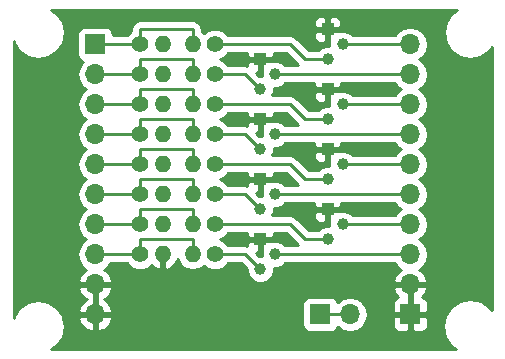
<source format=gbl>
G04 #@! TF.FileFunction,Copper,L2,Bot,Signal*
%FSLAX46Y46*%
G04 Gerber Fmt 4.6, Leading zero omitted, Abs format (unit mm)*
G04 Created by KiCad (PCBNEW 4.0.7) date 07/06/18 16:03:28*
%MOMM*%
%LPD*%
G01*
G04 APERTURE LIST*
%ADD10C,0.100000*%
%ADD11R,1.700000X1.700000*%
%ADD12O,1.700000X1.700000*%
%ADD13C,1.000000*%
%ADD14R,1.000000X1.000000*%
%ADD15C,1.400000*%
%ADD16O,1.400000X1.400000*%
%ADD17C,0.250000*%
%ADD18C,0.254000*%
G04 APERTURE END LIST*
D10*
D11*
X77470000Y-78740000D03*
D12*
X77470000Y-81280000D03*
X77470000Y-83820000D03*
X77470000Y-86360000D03*
X77470000Y-88900000D03*
X77470000Y-91440000D03*
X77470000Y-93980000D03*
X77470000Y-96520000D03*
X77470000Y-99060000D03*
X77470000Y-101600000D03*
D11*
X104140000Y-101600000D03*
D12*
X104140000Y-99060000D03*
X104140000Y-96520000D03*
X104140000Y-93980000D03*
X104140000Y-91440000D03*
X104140000Y-88900000D03*
X104140000Y-86360000D03*
X104140000Y-83820000D03*
X104140000Y-81280000D03*
X104140000Y-78740000D03*
D11*
X96520000Y-101600000D03*
D12*
X99060000Y-101600000D03*
D13*
X98425000Y-78740000D03*
X97155000Y-80010000D03*
D14*
X97155000Y-77470000D03*
D13*
X92710000Y-81280000D03*
X91440000Y-82550000D03*
D14*
X91440000Y-80010000D03*
D13*
X98425000Y-83820000D03*
X97155000Y-85090000D03*
D14*
X97155000Y-82550000D03*
D13*
X92710000Y-86360000D03*
X91440000Y-87630000D03*
D14*
X91440000Y-85090000D03*
D13*
X98425000Y-88900000D03*
X97155000Y-90170000D03*
D14*
X97155000Y-87630000D03*
D13*
X92710000Y-91440000D03*
X91440000Y-92710000D03*
D14*
X91440000Y-90170000D03*
D13*
X98425000Y-93980000D03*
X97155000Y-95250000D03*
D14*
X97155000Y-92710000D03*
D13*
X92710000Y-96520000D03*
X91440000Y-97790000D03*
D14*
X91440000Y-95250000D03*
D15*
X87630000Y-78740000D03*
D16*
X85730000Y-78740000D03*
D15*
X87630000Y-81280000D03*
D16*
X85730000Y-81280000D03*
D15*
X87630000Y-83820000D03*
D16*
X85730000Y-83820000D03*
D15*
X87630000Y-86360000D03*
D16*
X85730000Y-86360000D03*
D15*
X87630000Y-88900000D03*
D16*
X85730000Y-88900000D03*
D15*
X87630000Y-91440000D03*
D16*
X85730000Y-91440000D03*
D15*
X87630000Y-93980000D03*
D16*
X85730000Y-93980000D03*
D15*
X87630000Y-96520000D03*
D16*
X85730000Y-96520000D03*
D15*
X81280000Y-78740000D03*
D16*
X83180000Y-78740000D03*
D15*
X81280000Y-81280000D03*
D16*
X83180000Y-81280000D03*
D15*
X81280000Y-83820000D03*
D16*
X83180000Y-83820000D03*
D15*
X81280000Y-86360000D03*
D16*
X83180000Y-86360000D03*
D15*
X81280000Y-88900000D03*
D16*
X83180000Y-88900000D03*
D15*
X81280000Y-91440000D03*
D16*
X83180000Y-91440000D03*
D15*
X81280000Y-93980000D03*
D16*
X83180000Y-93980000D03*
D15*
X81280000Y-96520000D03*
D16*
X83180000Y-96520000D03*
D17*
X77470000Y-78740000D02*
X81280000Y-78740000D01*
X81280000Y-78740000D02*
X81280000Y-77470000D01*
X81280000Y-77470000D02*
X85725000Y-77470000D01*
X85725000Y-77470000D02*
X85730000Y-77475000D01*
X85730000Y-77475000D02*
X85730000Y-78740000D01*
X77470000Y-81280000D02*
X81280000Y-81280000D01*
X81280000Y-81280000D02*
X81280000Y-80010000D01*
X81280000Y-80010000D02*
X85725000Y-80010000D01*
X85725000Y-80010000D02*
X85730000Y-80015000D01*
X85730000Y-80015000D02*
X85730000Y-81280000D01*
X77470000Y-83820000D02*
X81280000Y-83820000D01*
X81280000Y-83820000D02*
X81280000Y-82550000D01*
X81280000Y-82550000D02*
X85725000Y-82550000D01*
X85725000Y-82550000D02*
X85730000Y-82555000D01*
X85730000Y-82555000D02*
X85730000Y-83820000D01*
X77470000Y-86360000D02*
X81280000Y-86360000D01*
X81280000Y-86360000D02*
X81280000Y-85090000D01*
X81280000Y-85090000D02*
X85725000Y-85090000D01*
X85725000Y-85090000D02*
X85730000Y-85095000D01*
X85730000Y-85095000D02*
X85730000Y-86360000D01*
X77470000Y-88900000D02*
X81280000Y-88900000D01*
X81280000Y-88900000D02*
X81280000Y-87630000D01*
X81280000Y-87630000D02*
X85725000Y-87630000D01*
X85725000Y-87630000D02*
X85730000Y-87635000D01*
X85730000Y-87635000D02*
X85730000Y-88900000D01*
X77470000Y-91440000D02*
X81280000Y-91440000D01*
X81280000Y-91440000D02*
X81280000Y-90170000D01*
X81280000Y-90170000D02*
X85725000Y-90170000D01*
X85725000Y-90170000D02*
X85730000Y-90175000D01*
X85730000Y-90175000D02*
X85730000Y-91440000D01*
X77470000Y-93980000D02*
X81280000Y-93980000D01*
X81280000Y-93980000D02*
X81280000Y-92710000D01*
X81280000Y-92710000D02*
X85725000Y-92710000D01*
X85725000Y-92710000D02*
X85730000Y-92715000D01*
X85730000Y-92715000D02*
X85730000Y-93980000D01*
X77470000Y-96520000D02*
X81280000Y-96520000D01*
X81280000Y-96520000D02*
X81280000Y-95250000D01*
X81280000Y-95250000D02*
X85725000Y-95250000D01*
X85725000Y-95250000D02*
X85730000Y-95255000D01*
X85730000Y-95255000D02*
X85730000Y-96520000D01*
X92710000Y-96520000D02*
X104140000Y-96520000D01*
X98425000Y-93980000D02*
X104140000Y-93980000D01*
X92710000Y-91440000D02*
X104140000Y-91440000D01*
X98425000Y-88900000D02*
X104140000Y-88900000D01*
X92710000Y-86360000D02*
X104140000Y-86360000D01*
X98425000Y-83820000D02*
X104140000Y-83820000D01*
X92710000Y-81280000D02*
X104140000Y-81280000D01*
X98425000Y-78740000D02*
X104140000Y-78740000D01*
X96520000Y-101600000D02*
X99060000Y-101600000D01*
X87630000Y-78740000D02*
X93980000Y-78740000D01*
X95250000Y-80010000D02*
X97155000Y-80010000D01*
X93980000Y-78740000D02*
X95250000Y-80010000D01*
X87630000Y-81280000D02*
X90170000Y-81280000D01*
X90170000Y-81280000D02*
X91440000Y-82550000D01*
X87630000Y-83820000D02*
X93980000Y-83820000D01*
X95250000Y-85090000D02*
X97155000Y-85090000D01*
X93980000Y-83820000D02*
X95250000Y-85090000D01*
X87630000Y-86360000D02*
X90170000Y-86360000D01*
X90170000Y-86360000D02*
X91440000Y-87630000D01*
X87630000Y-88900000D02*
X93980000Y-88900000D01*
X95250000Y-90170000D02*
X97155000Y-90170000D01*
X93980000Y-88900000D02*
X95250000Y-90170000D01*
X87630000Y-91440000D02*
X90170000Y-91440000D01*
X90170000Y-91440000D02*
X91440000Y-92710000D01*
X87630000Y-93980000D02*
X93980000Y-93980000D01*
X95250000Y-95250000D02*
X97155000Y-95250000D01*
X93980000Y-93980000D02*
X95250000Y-95250000D01*
X87630000Y-96520000D02*
X90170000Y-96520000D01*
X90170000Y-96520000D02*
X91440000Y-97790000D01*
D18*
G36*
X107640323Y-76144323D02*
X107156053Y-76869085D01*
X106986000Y-77724000D01*
X107156053Y-78578915D01*
X107640323Y-79303677D01*
X108365085Y-79787947D01*
X109220000Y-79958000D01*
X110074915Y-79787947D01*
X110799677Y-79303677D01*
X111050000Y-78929042D01*
X111050000Y-101265428D01*
X110857968Y-100978032D01*
X110106462Y-100475891D01*
X109220000Y-100299563D01*
X108333538Y-100475891D01*
X107582032Y-100978032D01*
X107079891Y-101729538D01*
X106903563Y-102616000D01*
X107079891Y-103502462D01*
X107582032Y-104253968D01*
X107981673Y-104521000D01*
X73736796Y-104521000D01*
X74223677Y-104195677D01*
X74707947Y-103470915D01*
X74878000Y-102616000D01*
X74746895Y-101956890D01*
X76028524Y-101956890D01*
X76198355Y-102366924D01*
X76588642Y-102795183D01*
X77113108Y-103041486D01*
X77343000Y-102920819D01*
X77343000Y-101727000D01*
X77597000Y-101727000D01*
X77597000Y-102920819D01*
X77826892Y-103041486D01*
X78351358Y-102795183D01*
X78741645Y-102366924D01*
X78911476Y-101956890D01*
X78790155Y-101727000D01*
X77597000Y-101727000D01*
X77343000Y-101727000D01*
X76149845Y-101727000D01*
X76028524Y-101956890D01*
X74746895Y-101956890D01*
X74707947Y-101761085D01*
X74223677Y-101036323D01*
X73498915Y-100552053D01*
X72644000Y-100382000D01*
X71789085Y-100552053D01*
X71064323Y-101036323D01*
X70580053Y-101761085D01*
X70560000Y-101861898D01*
X70560000Y-99416890D01*
X76028524Y-99416890D01*
X76198355Y-99826924D01*
X76588642Y-100255183D01*
X76747954Y-100330000D01*
X76588642Y-100404817D01*
X76198355Y-100833076D01*
X76028524Y-101243110D01*
X76149845Y-101473000D01*
X77343000Y-101473000D01*
X77343000Y-99187000D01*
X77597000Y-99187000D01*
X77597000Y-101473000D01*
X78790155Y-101473000D01*
X78911476Y-101243110D01*
X78741645Y-100833076D01*
X78665936Y-100750000D01*
X95022560Y-100750000D01*
X95022560Y-102450000D01*
X95066838Y-102685317D01*
X95205910Y-102901441D01*
X95418110Y-103046431D01*
X95670000Y-103097440D01*
X97370000Y-103097440D01*
X97605317Y-103053162D01*
X97821441Y-102914090D01*
X97966431Y-102701890D01*
X97980086Y-102634459D01*
X98009946Y-102679147D01*
X98491715Y-103001054D01*
X99060000Y-103114093D01*
X99628285Y-103001054D01*
X100110054Y-102679147D01*
X100431961Y-102197378D01*
X100493947Y-101885750D01*
X102655000Y-101885750D01*
X102655000Y-102576310D01*
X102751673Y-102809699D01*
X102930302Y-102988327D01*
X103163691Y-103085000D01*
X103854250Y-103085000D01*
X104013000Y-102926250D01*
X104013000Y-101727000D01*
X104267000Y-101727000D01*
X104267000Y-102926250D01*
X104425750Y-103085000D01*
X105116309Y-103085000D01*
X105349698Y-102988327D01*
X105528327Y-102809699D01*
X105625000Y-102576310D01*
X105625000Y-101885750D01*
X105466250Y-101727000D01*
X104267000Y-101727000D01*
X104013000Y-101727000D01*
X102813750Y-101727000D01*
X102655000Y-101885750D01*
X100493947Y-101885750D01*
X100545000Y-101629093D01*
X100545000Y-101570907D01*
X100431961Y-101002622D01*
X100178768Y-100623690D01*
X102655000Y-100623690D01*
X102655000Y-101314250D01*
X102813750Y-101473000D01*
X104013000Y-101473000D01*
X104013000Y-99187000D01*
X104267000Y-99187000D01*
X104267000Y-101473000D01*
X105466250Y-101473000D01*
X105625000Y-101314250D01*
X105625000Y-100623690D01*
X105528327Y-100390301D01*
X105349698Y-100211673D01*
X105140122Y-100124864D01*
X105411645Y-99826924D01*
X105581476Y-99416890D01*
X105460155Y-99187000D01*
X104267000Y-99187000D01*
X104013000Y-99187000D01*
X102819845Y-99187000D01*
X102698524Y-99416890D01*
X102868355Y-99826924D01*
X103139878Y-100124864D01*
X102930302Y-100211673D01*
X102751673Y-100390301D01*
X102655000Y-100623690D01*
X100178768Y-100623690D01*
X100110054Y-100520853D01*
X99628285Y-100198946D01*
X99060000Y-100085907D01*
X98491715Y-100198946D01*
X98009946Y-100520853D01*
X97982150Y-100562452D01*
X97973162Y-100514683D01*
X97834090Y-100298559D01*
X97621890Y-100153569D01*
X97370000Y-100102560D01*
X95670000Y-100102560D01*
X95434683Y-100146838D01*
X95218559Y-100285910D01*
X95073569Y-100498110D01*
X95022560Y-100750000D01*
X78665936Y-100750000D01*
X78351358Y-100404817D01*
X78192046Y-100330000D01*
X78351358Y-100255183D01*
X78741645Y-99826924D01*
X78911476Y-99416890D01*
X78790155Y-99187000D01*
X77597000Y-99187000D01*
X77343000Y-99187000D01*
X76149845Y-99187000D01*
X76028524Y-99416890D01*
X70560000Y-99416890D01*
X70560000Y-81280000D01*
X75955907Y-81280000D01*
X76068946Y-81848285D01*
X76390853Y-82330054D01*
X76720026Y-82550000D01*
X76390853Y-82769946D01*
X76068946Y-83251715D01*
X75955907Y-83820000D01*
X76068946Y-84388285D01*
X76390853Y-84870054D01*
X76720026Y-85090000D01*
X76390853Y-85309946D01*
X76068946Y-85791715D01*
X75955907Y-86360000D01*
X76068946Y-86928285D01*
X76390853Y-87410054D01*
X76720026Y-87630000D01*
X76390853Y-87849946D01*
X76068946Y-88331715D01*
X75955907Y-88900000D01*
X76068946Y-89468285D01*
X76390853Y-89950054D01*
X76720026Y-90170000D01*
X76390853Y-90389946D01*
X76068946Y-90871715D01*
X75955907Y-91440000D01*
X76068946Y-92008285D01*
X76390853Y-92490054D01*
X76720026Y-92710000D01*
X76390853Y-92929946D01*
X76068946Y-93411715D01*
X75955907Y-93980000D01*
X76068946Y-94548285D01*
X76390853Y-95030054D01*
X76720026Y-95250000D01*
X76390853Y-95469946D01*
X76068946Y-95951715D01*
X75955907Y-96520000D01*
X76068946Y-97088285D01*
X76390853Y-97570054D01*
X76731553Y-97797702D01*
X76588642Y-97864817D01*
X76198355Y-98293076D01*
X76028524Y-98703110D01*
X76149845Y-98933000D01*
X77343000Y-98933000D01*
X77343000Y-98913000D01*
X77597000Y-98913000D01*
X77597000Y-98933000D01*
X78790155Y-98933000D01*
X78911476Y-98703110D01*
X78741645Y-98293076D01*
X78351358Y-97864817D01*
X78208447Y-97797702D01*
X78549147Y-97570054D01*
X78742954Y-97280000D01*
X80152345Y-97280000D01*
X80522796Y-97651098D01*
X81013287Y-97854768D01*
X81544383Y-97855231D01*
X82035229Y-97652418D01*
X82247034Y-97440983D01*
X82377337Y-97586764D01*
X82846669Y-97812727D01*
X83053000Y-97690206D01*
X83053000Y-96647000D01*
X83033000Y-96647000D01*
X83033000Y-96393000D01*
X83053000Y-96393000D01*
X83053000Y-96373000D01*
X83307000Y-96373000D01*
X83307000Y-96393000D01*
X83327000Y-96393000D01*
X83327000Y-96647000D01*
X83307000Y-96647000D01*
X83307000Y-97690206D01*
X83513331Y-97812727D01*
X83982663Y-97586764D01*
X84329797Y-97198396D01*
X84447338Y-96914603D01*
X84470467Y-97030882D01*
X84759858Y-97463988D01*
X85192964Y-97753379D01*
X85703846Y-97855000D01*
X85756154Y-97855000D01*
X86267036Y-97753379D01*
X86691666Y-97469652D01*
X86872796Y-97651098D01*
X87363287Y-97854768D01*
X87894383Y-97855231D01*
X88385229Y-97652418D01*
X88758297Y-97280000D01*
X89855198Y-97280000D01*
X90305052Y-97729854D01*
X90304803Y-98014775D01*
X90477233Y-98432086D01*
X90796235Y-98751645D01*
X91213244Y-98924803D01*
X91664775Y-98925197D01*
X92082086Y-98752767D01*
X92401645Y-98433765D01*
X92574803Y-98016756D01*
X92575119Y-97654883D01*
X92934775Y-97655197D01*
X93352086Y-97482767D01*
X93555207Y-97280000D01*
X102867046Y-97280000D01*
X103060853Y-97570054D01*
X103401553Y-97797702D01*
X103258642Y-97864817D01*
X102868355Y-98293076D01*
X102698524Y-98703110D01*
X102819845Y-98933000D01*
X104013000Y-98933000D01*
X104013000Y-98913000D01*
X104267000Y-98913000D01*
X104267000Y-98933000D01*
X105460155Y-98933000D01*
X105581476Y-98703110D01*
X105411645Y-98293076D01*
X105021358Y-97864817D01*
X104878447Y-97797702D01*
X105219147Y-97570054D01*
X105541054Y-97088285D01*
X105654093Y-96520000D01*
X105541054Y-95951715D01*
X105219147Y-95469946D01*
X104889974Y-95250000D01*
X105219147Y-95030054D01*
X105541054Y-94548285D01*
X105654093Y-93980000D01*
X105541054Y-93411715D01*
X105219147Y-92929946D01*
X104889974Y-92710000D01*
X105219147Y-92490054D01*
X105541054Y-92008285D01*
X105654093Y-91440000D01*
X105541054Y-90871715D01*
X105219147Y-90389946D01*
X104889974Y-90170000D01*
X105219147Y-89950054D01*
X105541054Y-89468285D01*
X105654093Y-88900000D01*
X105541054Y-88331715D01*
X105219147Y-87849946D01*
X104889974Y-87630000D01*
X105219147Y-87410054D01*
X105541054Y-86928285D01*
X105654093Y-86360000D01*
X105541054Y-85791715D01*
X105219147Y-85309946D01*
X104889974Y-85090000D01*
X105219147Y-84870054D01*
X105541054Y-84388285D01*
X105654093Y-83820000D01*
X105541054Y-83251715D01*
X105219147Y-82769946D01*
X104889974Y-82550000D01*
X105219147Y-82330054D01*
X105541054Y-81848285D01*
X105654093Y-81280000D01*
X105541054Y-80711715D01*
X105219147Y-80229946D01*
X104889974Y-80010000D01*
X105219147Y-79790054D01*
X105541054Y-79308285D01*
X105654093Y-78740000D01*
X105541054Y-78171715D01*
X105219147Y-77689946D01*
X104737378Y-77368039D01*
X104169093Y-77255000D01*
X104110907Y-77255000D01*
X103542622Y-77368039D01*
X103060853Y-77689946D01*
X102867046Y-77980000D01*
X99270059Y-77980000D01*
X99068765Y-77778355D01*
X98651756Y-77605197D01*
X98200225Y-77604803D01*
X98156939Y-77622689D01*
X98131250Y-77597000D01*
X97282000Y-77597000D01*
X97282000Y-78446250D01*
X97307448Y-78471698D01*
X97290197Y-78513244D01*
X97289881Y-78875117D01*
X96930225Y-78874803D01*
X96512914Y-79047233D01*
X96309793Y-79250000D01*
X95564802Y-79250000D01*
X94517401Y-78202599D01*
X94270839Y-78037852D01*
X93980000Y-77980000D01*
X88757655Y-77980000D01*
X88533796Y-77755750D01*
X96020000Y-77755750D01*
X96020000Y-78096310D01*
X96116673Y-78329699D01*
X96295302Y-78508327D01*
X96528691Y-78605000D01*
X96869250Y-78605000D01*
X97028000Y-78446250D01*
X97028000Y-77597000D01*
X96178750Y-77597000D01*
X96020000Y-77755750D01*
X88533796Y-77755750D01*
X88387204Y-77608902D01*
X87896713Y-77405232D01*
X87365617Y-77404769D01*
X86874771Y-77607582D01*
X86691678Y-77790356D01*
X86490000Y-77655600D01*
X86490000Y-77475000D01*
X86432148Y-77184161D01*
X86267401Y-76937599D01*
X86262401Y-76932599D01*
X86129339Y-76843690D01*
X96020000Y-76843690D01*
X96020000Y-77184250D01*
X96178750Y-77343000D01*
X97028000Y-77343000D01*
X97028000Y-76493750D01*
X97282000Y-76493750D01*
X97282000Y-77343000D01*
X98131250Y-77343000D01*
X98290000Y-77184250D01*
X98290000Y-76843690D01*
X98193327Y-76610301D01*
X98014698Y-76431673D01*
X97781309Y-76335000D01*
X97440750Y-76335000D01*
X97282000Y-76493750D01*
X97028000Y-76493750D01*
X96869250Y-76335000D01*
X96528691Y-76335000D01*
X96295302Y-76431673D01*
X96116673Y-76610301D01*
X96020000Y-76843690D01*
X86129339Y-76843690D01*
X86015839Y-76767852D01*
X85725000Y-76710000D01*
X81280000Y-76710000D01*
X80989161Y-76767852D01*
X80742599Y-76932599D01*
X80577852Y-77179161D01*
X80520000Y-77470000D01*
X80520000Y-77612345D01*
X80151703Y-77980000D01*
X78967440Y-77980000D01*
X78967440Y-77890000D01*
X78923162Y-77654683D01*
X78784090Y-77438559D01*
X78571890Y-77293569D01*
X78320000Y-77242560D01*
X76620000Y-77242560D01*
X76384683Y-77286838D01*
X76168559Y-77425910D01*
X76023569Y-77638110D01*
X75972560Y-77890000D01*
X75972560Y-79590000D01*
X76016838Y-79825317D01*
X76155910Y-80041441D01*
X76368110Y-80186431D01*
X76435541Y-80200086D01*
X76390853Y-80229946D01*
X76068946Y-80711715D01*
X75955907Y-81280000D01*
X70560000Y-81280000D01*
X70560000Y-78478102D01*
X70580053Y-78578915D01*
X71064323Y-79303677D01*
X71789085Y-79787947D01*
X72644000Y-79958000D01*
X73498915Y-79787947D01*
X74223677Y-79303677D01*
X74707947Y-78578915D01*
X74878000Y-77724000D01*
X74707947Y-76869085D01*
X74223677Y-76144323D01*
X73736796Y-75819000D01*
X108127204Y-75819000D01*
X107640323Y-76144323D01*
X107640323Y-76144323D01*
G37*
X107640323Y-76144323D02*
X107156053Y-76869085D01*
X106986000Y-77724000D01*
X107156053Y-78578915D01*
X107640323Y-79303677D01*
X108365085Y-79787947D01*
X109220000Y-79958000D01*
X110074915Y-79787947D01*
X110799677Y-79303677D01*
X111050000Y-78929042D01*
X111050000Y-101265428D01*
X110857968Y-100978032D01*
X110106462Y-100475891D01*
X109220000Y-100299563D01*
X108333538Y-100475891D01*
X107582032Y-100978032D01*
X107079891Y-101729538D01*
X106903563Y-102616000D01*
X107079891Y-103502462D01*
X107582032Y-104253968D01*
X107981673Y-104521000D01*
X73736796Y-104521000D01*
X74223677Y-104195677D01*
X74707947Y-103470915D01*
X74878000Y-102616000D01*
X74746895Y-101956890D01*
X76028524Y-101956890D01*
X76198355Y-102366924D01*
X76588642Y-102795183D01*
X77113108Y-103041486D01*
X77343000Y-102920819D01*
X77343000Y-101727000D01*
X77597000Y-101727000D01*
X77597000Y-102920819D01*
X77826892Y-103041486D01*
X78351358Y-102795183D01*
X78741645Y-102366924D01*
X78911476Y-101956890D01*
X78790155Y-101727000D01*
X77597000Y-101727000D01*
X77343000Y-101727000D01*
X76149845Y-101727000D01*
X76028524Y-101956890D01*
X74746895Y-101956890D01*
X74707947Y-101761085D01*
X74223677Y-101036323D01*
X73498915Y-100552053D01*
X72644000Y-100382000D01*
X71789085Y-100552053D01*
X71064323Y-101036323D01*
X70580053Y-101761085D01*
X70560000Y-101861898D01*
X70560000Y-99416890D01*
X76028524Y-99416890D01*
X76198355Y-99826924D01*
X76588642Y-100255183D01*
X76747954Y-100330000D01*
X76588642Y-100404817D01*
X76198355Y-100833076D01*
X76028524Y-101243110D01*
X76149845Y-101473000D01*
X77343000Y-101473000D01*
X77343000Y-99187000D01*
X77597000Y-99187000D01*
X77597000Y-101473000D01*
X78790155Y-101473000D01*
X78911476Y-101243110D01*
X78741645Y-100833076D01*
X78665936Y-100750000D01*
X95022560Y-100750000D01*
X95022560Y-102450000D01*
X95066838Y-102685317D01*
X95205910Y-102901441D01*
X95418110Y-103046431D01*
X95670000Y-103097440D01*
X97370000Y-103097440D01*
X97605317Y-103053162D01*
X97821441Y-102914090D01*
X97966431Y-102701890D01*
X97980086Y-102634459D01*
X98009946Y-102679147D01*
X98491715Y-103001054D01*
X99060000Y-103114093D01*
X99628285Y-103001054D01*
X100110054Y-102679147D01*
X100431961Y-102197378D01*
X100493947Y-101885750D01*
X102655000Y-101885750D01*
X102655000Y-102576310D01*
X102751673Y-102809699D01*
X102930302Y-102988327D01*
X103163691Y-103085000D01*
X103854250Y-103085000D01*
X104013000Y-102926250D01*
X104013000Y-101727000D01*
X104267000Y-101727000D01*
X104267000Y-102926250D01*
X104425750Y-103085000D01*
X105116309Y-103085000D01*
X105349698Y-102988327D01*
X105528327Y-102809699D01*
X105625000Y-102576310D01*
X105625000Y-101885750D01*
X105466250Y-101727000D01*
X104267000Y-101727000D01*
X104013000Y-101727000D01*
X102813750Y-101727000D01*
X102655000Y-101885750D01*
X100493947Y-101885750D01*
X100545000Y-101629093D01*
X100545000Y-101570907D01*
X100431961Y-101002622D01*
X100178768Y-100623690D01*
X102655000Y-100623690D01*
X102655000Y-101314250D01*
X102813750Y-101473000D01*
X104013000Y-101473000D01*
X104013000Y-99187000D01*
X104267000Y-99187000D01*
X104267000Y-101473000D01*
X105466250Y-101473000D01*
X105625000Y-101314250D01*
X105625000Y-100623690D01*
X105528327Y-100390301D01*
X105349698Y-100211673D01*
X105140122Y-100124864D01*
X105411645Y-99826924D01*
X105581476Y-99416890D01*
X105460155Y-99187000D01*
X104267000Y-99187000D01*
X104013000Y-99187000D01*
X102819845Y-99187000D01*
X102698524Y-99416890D01*
X102868355Y-99826924D01*
X103139878Y-100124864D01*
X102930302Y-100211673D01*
X102751673Y-100390301D01*
X102655000Y-100623690D01*
X100178768Y-100623690D01*
X100110054Y-100520853D01*
X99628285Y-100198946D01*
X99060000Y-100085907D01*
X98491715Y-100198946D01*
X98009946Y-100520853D01*
X97982150Y-100562452D01*
X97973162Y-100514683D01*
X97834090Y-100298559D01*
X97621890Y-100153569D01*
X97370000Y-100102560D01*
X95670000Y-100102560D01*
X95434683Y-100146838D01*
X95218559Y-100285910D01*
X95073569Y-100498110D01*
X95022560Y-100750000D01*
X78665936Y-100750000D01*
X78351358Y-100404817D01*
X78192046Y-100330000D01*
X78351358Y-100255183D01*
X78741645Y-99826924D01*
X78911476Y-99416890D01*
X78790155Y-99187000D01*
X77597000Y-99187000D01*
X77343000Y-99187000D01*
X76149845Y-99187000D01*
X76028524Y-99416890D01*
X70560000Y-99416890D01*
X70560000Y-81280000D01*
X75955907Y-81280000D01*
X76068946Y-81848285D01*
X76390853Y-82330054D01*
X76720026Y-82550000D01*
X76390853Y-82769946D01*
X76068946Y-83251715D01*
X75955907Y-83820000D01*
X76068946Y-84388285D01*
X76390853Y-84870054D01*
X76720026Y-85090000D01*
X76390853Y-85309946D01*
X76068946Y-85791715D01*
X75955907Y-86360000D01*
X76068946Y-86928285D01*
X76390853Y-87410054D01*
X76720026Y-87630000D01*
X76390853Y-87849946D01*
X76068946Y-88331715D01*
X75955907Y-88900000D01*
X76068946Y-89468285D01*
X76390853Y-89950054D01*
X76720026Y-90170000D01*
X76390853Y-90389946D01*
X76068946Y-90871715D01*
X75955907Y-91440000D01*
X76068946Y-92008285D01*
X76390853Y-92490054D01*
X76720026Y-92710000D01*
X76390853Y-92929946D01*
X76068946Y-93411715D01*
X75955907Y-93980000D01*
X76068946Y-94548285D01*
X76390853Y-95030054D01*
X76720026Y-95250000D01*
X76390853Y-95469946D01*
X76068946Y-95951715D01*
X75955907Y-96520000D01*
X76068946Y-97088285D01*
X76390853Y-97570054D01*
X76731553Y-97797702D01*
X76588642Y-97864817D01*
X76198355Y-98293076D01*
X76028524Y-98703110D01*
X76149845Y-98933000D01*
X77343000Y-98933000D01*
X77343000Y-98913000D01*
X77597000Y-98913000D01*
X77597000Y-98933000D01*
X78790155Y-98933000D01*
X78911476Y-98703110D01*
X78741645Y-98293076D01*
X78351358Y-97864817D01*
X78208447Y-97797702D01*
X78549147Y-97570054D01*
X78742954Y-97280000D01*
X80152345Y-97280000D01*
X80522796Y-97651098D01*
X81013287Y-97854768D01*
X81544383Y-97855231D01*
X82035229Y-97652418D01*
X82247034Y-97440983D01*
X82377337Y-97586764D01*
X82846669Y-97812727D01*
X83053000Y-97690206D01*
X83053000Y-96647000D01*
X83033000Y-96647000D01*
X83033000Y-96393000D01*
X83053000Y-96393000D01*
X83053000Y-96373000D01*
X83307000Y-96373000D01*
X83307000Y-96393000D01*
X83327000Y-96393000D01*
X83327000Y-96647000D01*
X83307000Y-96647000D01*
X83307000Y-97690206D01*
X83513331Y-97812727D01*
X83982663Y-97586764D01*
X84329797Y-97198396D01*
X84447338Y-96914603D01*
X84470467Y-97030882D01*
X84759858Y-97463988D01*
X85192964Y-97753379D01*
X85703846Y-97855000D01*
X85756154Y-97855000D01*
X86267036Y-97753379D01*
X86691666Y-97469652D01*
X86872796Y-97651098D01*
X87363287Y-97854768D01*
X87894383Y-97855231D01*
X88385229Y-97652418D01*
X88758297Y-97280000D01*
X89855198Y-97280000D01*
X90305052Y-97729854D01*
X90304803Y-98014775D01*
X90477233Y-98432086D01*
X90796235Y-98751645D01*
X91213244Y-98924803D01*
X91664775Y-98925197D01*
X92082086Y-98752767D01*
X92401645Y-98433765D01*
X92574803Y-98016756D01*
X92575119Y-97654883D01*
X92934775Y-97655197D01*
X93352086Y-97482767D01*
X93555207Y-97280000D01*
X102867046Y-97280000D01*
X103060853Y-97570054D01*
X103401553Y-97797702D01*
X103258642Y-97864817D01*
X102868355Y-98293076D01*
X102698524Y-98703110D01*
X102819845Y-98933000D01*
X104013000Y-98933000D01*
X104013000Y-98913000D01*
X104267000Y-98913000D01*
X104267000Y-98933000D01*
X105460155Y-98933000D01*
X105581476Y-98703110D01*
X105411645Y-98293076D01*
X105021358Y-97864817D01*
X104878447Y-97797702D01*
X105219147Y-97570054D01*
X105541054Y-97088285D01*
X105654093Y-96520000D01*
X105541054Y-95951715D01*
X105219147Y-95469946D01*
X104889974Y-95250000D01*
X105219147Y-95030054D01*
X105541054Y-94548285D01*
X105654093Y-93980000D01*
X105541054Y-93411715D01*
X105219147Y-92929946D01*
X104889974Y-92710000D01*
X105219147Y-92490054D01*
X105541054Y-92008285D01*
X105654093Y-91440000D01*
X105541054Y-90871715D01*
X105219147Y-90389946D01*
X104889974Y-90170000D01*
X105219147Y-89950054D01*
X105541054Y-89468285D01*
X105654093Y-88900000D01*
X105541054Y-88331715D01*
X105219147Y-87849946D01*
X104889974Y-87630000D01*
X105219147Y-87410054D01*
X105541054Y-86928285D01*
X105654093Y-86360000D01*
X105541054Y-85791715D01*
X105219147Y-85309946D01*
X104889974Y-85090000D01*
X105219147Y-84870054D01*
X105541054Y-84388285D01*
X105654093Y-83820000D01*
X105541054Y-83251715D01*
X105219147Y-82769946D01*
X104889974Y-82550000D01*
X105219147Y-82330054D01*
X105541054Y-81848285D01*
X105654093Y-81280000D01*
X105541054Y-80711715D01*
X105219147Y-80229946D01*
X104889974Y-80010000D01*
X105219147Y-79790054D01*
X105541054Y-79308285D01*
X105654093Y-78740000D01*
X105541054Y-78171715D01*
X105219147Y-77689946D01*
X104737378Y-77368039D01*
X104169093Y-77255000D01*
X104110907Y-77255000D01*
X103542622Y-77368039D01*
X103060853Y-77689946D01*
X102867046Y-77980000D01*
X99270059Y-77980000D01*
X99068765Y-77778355D01*
X98651756Y-77605197D01*
X98200225Y-77604803D01*
X98156939Y-77622689D01*
X98131250Y-77597000D01*
X97282000Y-77597000D01*
X97282000Y-78446250D01*
X97307448Y-78471698D01*
X97290197Y-78513244D01*
X97289881Y-78875117D01*
X96930225Y-78874803D01*
X96512914Y-79047233D01*
X96309793Y-79250000D01*
X95564802Y-79250000D01*
X94517401Y-78202599D01*
X94270839Y-78037852D01*
X93980000Y-77980000D01*
X88757655Y-77980000D01*
X88533796Y-77755750D01*
X96020000Y-77755750D01*
X96020000Y-78096310D01*
X96116673Y-78329699D01*
X96295302Y-78508327D01*
X96528691Y-78605000D01*
X96869250Y-78605000D01*
X97028000Y-78446250D01*
X97028000Y-77597000D01*
X96178750Y-77597000D01*
X96020000Y-77755750D01*
X88533796Y-77755750D01*
X88387204Y-77608902D01*
X87896713Y-77405232D01*
X87365617Y-77404769D01*
X86874771Y-77607582D01*
X86691678Y-77790356D01*
X86490000Y-77655600D01*
X86490000Y-77475000D01*
X86432148Y-77184161D01*
X86267401Y-76937599D01*
X86262401Y-76932599D01*
X86129339Y-76843690D01*
X96020000Y-76843690D01*
X96020000Y-77184250D01*
X96178750Y-77343000D01*
X97028000Y-77343000D01*
X97028000Y-76493750D01*
X97282000Y-76493750D01*
X97282000Y-77343000D01*
X98131250Y-77343000D01*
X98290000Y-77184250D01*
X98290000Y-76843690D01*
X98193327Y-76610301D01*
X98014698Y-76431673D01*
X97781309Y-76335000D01*
X97440750Y-76335000D01*
X97282000Y-76493750D01*
X97028000Y-76493750D01*
X96869250Y-76335000D01*
X96528691Y-76335000D01*
X96295302Y-76431673D01*
X96116673Y-76610301D01*
X96020000Y-76843690D01*
X86129339Y-76843690D01*
X86015839Y-76767852D01*
X85725000Y-76710000D01*
X81280000Y-76710000D01*
X80989161Y-76767852D01*
X80742599Y-76932599D01*
X80577852Y-77179161D01*
X80520000Y-77470000D01*
X80520000Y-77612345D01*
X80151703Y-77980000D01*
X78967440Y-77980000D01*
X78967440Y-77890000D01*
X78923162Y-77654683D01*
X78784090Y-77438559D01*
X78571890Y-77293569D01*
X78320000Y-77242560D01*
X76620000Y-77242560D01*
X76384683Y-77286838D01*
X76168559Y-77425910D01*
X76023569Y-77638110D01*
X75972560Y-77890000D01*
X75972560Y-79590000D01*
X76016838Y-79825317D01*
X76155910Y-80041441D01*
X76368110Y-80186431D01*
X76435541Y-80200086D01*
X76390853Y-80229946D01*
X76068946Y-80711715D01*
X75955907Y-81280000D01*
X70560000Y-81280000D01*
X70560000Y-78478102D01*
X70580053Y-78578915D01*
X71064323Y-79303677D01*
X71789085Y-79787947D01*
X72644000Y-79958000D01*
X73498915Y-79787947D01*
X74223677Y-79303677D01*
X74707947Y-78578915D01*
X74878000Y-77724000D01*
X74707947Y-76869085D01*
X74223677Y-76144323D01*
X73736796Y-75819000D01*
X108127204Y-75819000D01*
X107640323Y-76144323D01*
G36*
X90305000Y-94964250D02*
X90463750Y-95123000D01*
X91313000Y-95123000D01*
X91313000Y-95103000D01*
X91567000Y-95103000D01*
X91567000Y-95123000D01*
X92416250Y-95123000D01*
X92575000Y-94964250D01*
X92575000Y-94740000D01*
X93665198Y-94740000D01*
X94685198Y-95760000D01*
X93555059Y-95760000D01*
X93353765Y-95558355D01*
X92936756Y-95385197D01*
X92485225Y-95384803D01*
X92441939Y-95402689D01*
X92416250Y-95377000D01*
X91567000Y-95377000D01*
X91567000Y-96226250D01*
X91592448Y-96251698D01*
X91575197Y-96293244D01*
X91574881Y-96655117D01*
X91379749Y-96654947D01*
X91109802Y-96385000D01*
X91154250Y-96385000D01*
X91313000Y-96226250D01*
X91313000Y-95377000D01*
X90463750Y-95377000D01*
X90305000Y-95535750D01*
X90305000Y-95786853D01*
X90170000Y-95760000D01*
X88757655Y-95760000D01*
X88387204Y-95388902D01*
X88052473Y-95249909D01*
X88385229Y-95112418D01*
X88758297Y-94740000D01*
X90305000Y-94740000D01*
X90305000Y-94964250D01*
X90305000Y-94964250D01*
G37*
X90305000Y-94964250D02*
X90463750Y-95123000D01*
X91313000Y-95123000D01*
X91313000Y-95103000D01*
X91567000Y-95103000D01*
X91567000Y-95123000D01*
X92416250Y-95123000D01*
X92575000Y-94964250D01*
X92575000Y-94740000D01*
X93665198Y-94740000D01*
X94685198Y-95760000D01*
X93555059Y-95760000D01*
X93353765Y-95558355D01*
X92936756Y-95385197D01*
X92485225Y-95384803D01*
X92441939Y-95402689D01*
X92416250Y-95377000D01*
X91567000Y-95377000D01*
X91567000Y-96226250D01*
X91592448Y-96251698D01*
X91575197Y-96293244D01*
X91574881Y-96655117D01*
X91379749Y-96654947D01*
X91109802Y-96385000D01*
X91154250Y-96385000D01*
X91313000Y-96226250D01*
X91313000Y-95377000D01*
X90463750Y-95377000D01*
X90305000Y-95535750D01*
X90305000Y-95786853D01*
X90170000Y-95760000D01*
X88757655Y-95760000D01*
X88387204Y-95388902D01*
X88052473Y-95249909D01*
X88385229Y-95112418D01*
X88758297Y-94740000D01*
X90305000Y-94740000D01*
X90305000Y-94964250D01*
G36*
X96020000Y-92424250D02*
X96178750Y-92583000D01*
X97028000Y-92583000D01*
X97028000Y-92563000D01*
X97282000Y-92563000D01*
X97282000Y-92583000D01*
X98131250Y-92583000D01*
X98290000Y-92424250D01*
X98290000Y-92200000D01*
X102867046Y-92200000D01*
X103060853Y-92490054D01*
X103390026Y-92710000D01*
X103060853Y-92929946D01*
X102867046Y-93220000D01*
X99270059Y-93220000D01*
X99068765Y-93018355D01*
X98651756Y-92845197D01*
X98200225Y-92844803D01*
X98156939Y-92862689D01*
X98131250Y-92837000D01*
X97282000Y-92837000D01*
X97282000Y-93686250D01*
X97307448Y-93711698D01*
X97290197Y-93753244D01*
X97289881Y-94115117D01*
X96930225Y-94114803D01*
X96512914Y-94287233D01*
X96309793Y-94490000D01*
X95564802Y-94490000D01*
X94517401Y-93442599D01*
X94270839Y-93277852D01*
X93980000Y-93220000D01*
X92457189Y-93220000D01*
X92550306Y-92995750D01*
X96020000Y-92995750D01*
X96020000Y-93336310D01*
X96116673Y-93569699D01*
X96295302Y-93748327D01*
X96528691Y-93845000D01*
X96869250Y-93845000D01*
X97028000Y-93686250D01*
X97028000Y-92837000D01*
X96178750Y-92837000D01*
X96020000Y-92995750D01*
X92550306Y-92995750D01*
X92574803Y-92936756D01*
X92575119Y-92574883D01*
X92934775Y-92575197D01*
X93352086Y-92402767D01*
X93555207Y-92200000D01*
X96020000Y-92200000D01*
X96020000Y-92424250D01*
X96020000Y-92424250D01*
G37*
X96020000Y-92424250D02*
X96178750Y-92583000D01*
X97028000Y-92583000D01*
X97028000Y-92563000D01*
X97282000Y-92563000D01*
X97282000Y-92583000D01*
X98131250Y-92583000D01*
X98290000Y-92424250D01*
X98290000Y-92200000D01*
X102867046Y-92200000D01*
X103060853Y-92490054D01*
X103390026Y-92710000D01*
X103060853Y-92929946D01*
X102867046Y-93220000D01*
X99270059Y-93220000D01*
X99068765Y-93018355D01*
X98651756Y-92845197D01*
X98200225Y-92844803D01*
X98156939Y-92862689D01*
X98131250Y-92837000D01*
X97282000Y-92837000D01*
X97282000Y-93686250D01*
X97307448Y-93711698D01*
X97290197Y-93753244D01*
X97289881Y-94115117D01*
X96930225Y-94114803D01*
X96512914Y-94287233D01*
X96309793Y-94490000D01*
X95564802Y-94490000D01*
X94517401Y-93442599D01*
X94270839Y-93277852D01*
X93980000Y-93220000D01*
X92457189Y-93220000D01*
X92550306Y-92995750D01*
X96020000Y-92995750D01*
X96020000Y-93336310D01*
X96116673Y-93569699D01*
X96295302Y-93748327D01*
X96528691Y-93845000D01*
X96869250Y-93845000D01*
X97028000Y-93686250D01*
X97028000Y-92837000D01*
X96178750Y-92837000D01*
X96020000Y-92995750D01*
X92550306Y-92995750D01*
X92574803Y-92936756D01*
X92575119Y-92574883D01*
X92934775Y-92575197D01*
X93352086Y-92402767D01*
X93555207Y-92200000D01*
X96020000Y-92200000D01*
X96020000Y-92424250D01*
G36*
X83307000Y-93853000D02*
X83327000Y-93853000D01*
X83327000Y-94107000D01*
X83307000Y-94107000D01*
X83307000Y-94127000D01*
X83053000Y-94127000D01*
X83053000Y-94107000D01*
X83033000Y-94107000D01*
X83033000Y-93853000D01*
X83053000Y-93853000D01*
X83053000Y-93833000D01*
X83307000Y-93833000D01*
X83307000Y-93853000D01*
X83307000Y-93853000D01*
G37*
X83307000Y-93853000D02*
X83327000Y-93853000D01*
X83327000Y-94107000D01*
X83307000Y-94107000D01*
X83307000Y-94127000D01*
X83053000Y-94127000D01*
X83053000Y-94107000D01*
X83033000Y-94107000D01*
X83033000Y-93853000D01*
X83053000Y-93853000D01*
X83053000Y-93833000D01*
X83307000Y-93833000D01*
X83307000Y-93853000D01*
G36*
X83307000Y-91313000D02*
X83327000Y-91313000D01*
X83327000Y-91567000D01*
X83307000Y-91567000D01*
X83307000Y-91587000D01*
X83053000Y-91587000D01*
X83053000Y-91567000D01*
X83033000Y-91567000D01*
X83033000Y-91313000D01*
X83053000Y-91313000D01*
X83053000Y-91293000D01*
X83307000Y-91293000D01*
X83307000Y-91313000D01*
X83307000Y-91313000D01*
G37*
X83307000Y-91313000D02*
X83327000Y-91313000D01*
X83327000Y-91567000D01*
X83307000Y-91567000D01*
X83307000Y-91587000D01*
X83053000Y-91587000D01*
X83053000Y-91567000D01*
X83033000Y-91567000D01*
X83033000Y-91313000D01*
X83053000Y-91313000D01*
X83053000Y-91293000D01*
X83307000Y-91293000D01*
X83307000Y-91313000D01*
G36*
X90305000Y-89884250D02*
X90463750Y-90043000D01*
X91313000Y-90043000D01*
X91313000Y-90023000D01*
X91567000Y-90023000D01*
X91567000Y-90043000D01*
X92416250Y-90043000D01*
X92575000Y-89884250D01*
X92575000Y-89660000D01*
X93665198Y-89660000D01*
X94685198Y-90680000D01*
X93555059Y-90680000D01*
X93353765Y-90478355D01*
X92936756Y-90305197D01*
X92485225Y-90304803D01*
X92441939Y-90322689D01*
X92416250Y-90297000D01*
X91567000Y-90297000D01*
X91567000Y-91146250D01*
X91592448Y-91171698D01*
X91575197Y-91213244D01*
X91574881Y-91575117D01*
X91379749Y-91574947D01*
X91109802Y-91305000D01*
X91154250Y-91305000D01*
X91313000Y-91146250D01*
X91313000Y-90297000D01*
X90463750Y-90297000D01*
X90305000Y-90455750D01*
X90305000Y-90706853D01*
X90170000Y-90680000D01*
X88757655Y-90680000D01*
X88387204Y-90308902D01*
X88052473Y-90169909D01*
X88385229Y-90032418D01*
X88758297Y-89660000D01*
X90305000Y-89660000D01*
X90305000Y-89884250D01*
X90305000Y-89884250D01*
G37*
X90305000Y-89884250D02*
X90463750Y-90043000D01*
X91313000Y-90043000D01*
X91313000Y-90023000D01*
X91567000Y-90023000D01*
X91567000Y-90043000D01*
X92416250Y-90043000D01*
X92575000Y-89884250D01*
X92575000Y-89660000D01*
X93665198Y-89660000D01*
X94685198Y-90680000D01*
X93555059Y-90680000D01*
X93353765Y-90478355D01*
X92936756Y-90305197D01*
X92485225Y-90304803D01*
X92441939Y-90322689D01*
X92416250Y-90297000D01*
X91567000Y-90297000D01*
X91567000Y-91146250D01*
X91592448Y-91171698D01*
X91575197Y-91213244D01*
X91574881Y-91575117D01*
X91379749Y-91574947D01*
X91109802Y-91305000D01*
X91154250Y-91305000D01*
X91313000Y-91146250D01*
X91313000Y-90297000D01*
X90463750Y-90297000D01*
X90305000Y-90455750D01*
X90305000Y-90706853D01*
X90170000Y-90680000D01*
X88757655Y-90680000D01*
X88387204Y-90308902D01*
X88052473Y-90169909D01*
X88385229Y-90032418D01*
X88758297Y-89660000D01*
X90305000Y-89660000D01*
X90305000Y-89884250D01*
G36*
X96020000Y-87344250D02*
X96178750Y-87503000D01*
X97028000Y-87503000D01*
X97028000Y-87483000D01*
X97282000Y-87483000D01*
X97282000Y-87503000D01*
X98131250Y-87503000D01*
X98290000Y-87344250D01*
X98290000Y-87120000D01*
X102867046Y-87120000D01*
X103060853Y-87410054D01*
X103390026Y-87630000D01*
X103060853Y-87849946D01*
X102867046Y-88140000D01*
X99270059Y-88140000D01*
X99068765Y-87938355D01*
X98651756Y-87765197D01*
X98200225Y-87764803D01*
X98156939Y-87782689D01*
X98131250Y-87757000D01*
X97282000Y-87757000D01*
X97282000Y-88606250D01*
X97307448Y-88631698D01*
X97290197Y-88673244D01*
X97289881Y-89035117D01*
X96930225Y-89034803D01*
X96512914Y-89207233D01*
X96309793Y-89410000D01*
X95564802Y-89410000D01*
X94517401Y-88362599D01*
X94270839Y-88197852D01*
X93980000Y-88140000D01*
X92457189Y-88140000D01*
X92550306Y-87915750D01*
X96020000Y-87915750D01*
X96020000Y-88256310D01*
X96116673Y-88489699D01*
X96295302Y-88668327D01*
X96528691Y-88765000D01*
X96869250Y-88765000D01*
X97028000Y-88606250D01*
X97028000Y-87757000D01*
X96178750Y-87757000D01*
X96020000Y-87915750D01*
X92550306Y-87915750D01*
X92574803Y-87856756D01*
X92575119Y-87494883D01*
X92934775Y-87495197D01*
X93352086Y-87322767D01*
X93555207Y-87120000D01*
X96020000Y-87120000D01*
X96020000Y-87344250D01*
X96020000Y-87344250D01*
G37*
X96020000Y-87344250D02*
X96178750Y-87503000D01*
X97028000Y-87503000D01*
X97028000Y-87483000D01*
X97282000Y-87483000D01*
X97282000Y-87503000D01*
X98131250Y-87503000D01*
X98290000Y-87344250D01*
X98290000Y-87120000D01*
X102867046Y-87120000D01*
X103060853Y-87410054D01*
X103390026Y-87630000D01*
X103060853Y-87849946D01*
X102867046Y-88140000D01*
X99270059Y-88140000D01*
X99068765Y-87938355D01*
X98651756Y-87765197D01*
X98200225Y-87764803D01*
X98156939Y-87782689D01*
X98131250Y-87757000D01*
X97282000Y-87757000D01*
X97282000Y-88606250D01*
X97307448Y-88631698D01*
X97290197Y-88673244D01*
X97289881Y-89035117D01*
X96930225Y-89034803D01*
X96512914Y-89207233D01*
X96309793Y-89410000D01*
X95564802Y-89410000D01*
X94517401Y-88362599D01*
X94270839Y-88197852D01*
X93980000Y-88140000D01*
X92457189Y-88140000D01*
X92550306Y-87915750D01*
X96020000Y-87915750D01*
X96020000Y-88256310D01*
X96116673Y-88489699D01*
X96295302Y-88668327D01*
X96528691Y-88765000D01*
X96869250Y-88765000D01*
X97028000Y-88606250D01*
X97028000Y-87757000D01*
X96178750Y-87757000D01*
X96020000Y-87915750D01*
X92550306Y-87915750D01*
X92574803Y-87856756D01*
X92575119Y-87494883D01*
X92934775Y-87495197D01*
X93352086Y-87322767D01*
X93555207Y-87120000D01*
X96020000Y-87120000D01*
X96020000Y-87344250D01*
G36*
X83307000Y-88773000D02*
X83327000Y-88773000D01*
X83327000Y-89027000D01*
X83307000Y-89027000D01*
X83307000Y-89047000D01*
X83053000Y-89047000D01*
X83053000Y-89027000D01*
X83033000Y-89027000D01*
X83033000Y-88773000D01*
X83053000Y-88773000D01*
X83053000Y-88753000D01*
X83307000Y-88753000D01*
X83307000Y-88773000D01*
X83307000Y-88773000D01*
G37*
X83307000Y-88773000D02*
X83327000Y-88773000D01*
X83327000Y-89027000D01*
X83307000Y-89027000D01*
X83307000Y-89047000D01*
X83053000Y-89047000D01*
X83053000Y-89027000D01*
X83033000Y-89027000D01*
X83033000Y-88773000D01*
X83053000Y-88773000D01*
X83053000Y-88753000D01*
X83307000Y-88753000D01*
X83307000Y-88773000D01*
G36*
X83307000Y-86233000D02*
X83327000Y-86233000D01*
X83327000Y-86487000D01*
X83307000Y-86487000D01*
X83307000Y-86507000D01*
X83053000Y-86507000D01*
X83053000Y-86487000D01*
X83033000Y-86487000D01*
X83033000Y-86233000D01*
X83053000Y-86233000D01*
X83053000Y-86213000D01*
X83307000Y-86213000D01*
X83307000Y-86233000D01*
X83307000Y-86233000D01*
G37*
X83307000Y-86233000D02*
X83327000Y-86233000D01*
X83327000Y-86487000D01*
X83307000Y-86487000D01*
X83307000Y-86507000D01*
X83053000Y-86507000D01*
X83053000Y-86487000D01*
X83033000Y-86487000D01*
X83033000Y-86233000D01*
X83053000Y-86233000D01*
X83053000Y-86213000D01*
X83307000Y-86213000D01*
X83307000Y-86233000D01*
G36*
X90305000Y-84804250D02*
X90463750Y-84963000D01*
X91313000Y-84963000D01*
X91313000Y-84943000D01*
X91567000Y-84943000D01*
X91567000Y-84963000D01*
X92416250Y-84963000D01*
X92575000Y-84804250D01*
X92575000Y-84580000D01*
X93665198Y-84580000D01*
X94685198Y-85600000D01*
X93555059Y-85600000D01*
X93353765Y-85398355D01*
X92936756Y-85225197D01*
X92485225Y-85224803D01*
X92441939Y-85242689D01*
X92416250Y-85217000D01*
X91567000Y-85217000D01*
X91567000Y-86066250D01*
X91592448Y-86091698D01*
X91575197Y-86133244D01*
X91574881Y-86495117D01*
X91379749Y-86494947D01*
X91109802Y-86225000D01*
X91154250Y-86225000D01*
X91313000Y-86066250D01*
X91313000Y-85217000D01*
X90463750Y-85217000D01*
X90305000Y-85375750D01*
X90305000Y-85626853D01*
X90170000Y-85600000D01*
X88757655Y-85600000D01*
X88387204Y-85228902D01*
X88052473Y-85089909D01*
X88385229Y-84952418D01*
X88758297Y-84580000D01*
X90305000Y-84580000D01*
X90305000Y-84804250D01*
X90305000Y-84804250D01*
G37*
X90305000Y-84804250D02*
X90463750Y-84963000D01*
X91313000Y-84963000D01*
X91313000Y-84943000D01*
X91567000Y-84943000D01*
X91567000Y-84963000D01*
X92416250Y-84963000D01*
X92575000Y-84804250D01*
X92575000Y-84580000D01*
X93665198Y-84580000D01*
X94685198Y-85600000D01*
X93555059Y-85600000D01*
X93353765Y-85398355D01*
X92936756Y-85225197D01*
X92485225Y-85224803D01*
X92441939Y-85242689D01*
X92416250Y-85217000D01*
X91567000Y-85217000D01*
X91567000Y-86066250D01*
X91592448Y-86091698D01*
X91575197Y-86133244D01*
X91574881Y-86495117D01*
X91379749Y-86494947D01*
X91109802Y-86225000D01*
X91154250Y-86225000D01*
X91313000Y-86066250D01*
X91313000Y-85217000D01*
X90463750Y-85217000D01*
X90305000Y-85375750D01*
X90305000Y-85626853D01*
X90170000Y-85600000D01*
X88757655Y-85600000D01*
X88387204Y-85228902D01*
X88052473Y-85089909D01*
X88385229Y-84952418D01*
X88758297Y-84580000D01*
X90305000Y-84580000D01*
X90305000Y-84804250D01*
G36*
X96020000Y-82264250D02*
X96178750Y-82423000D01*
X97028000Y-82423000D01*
X97028000Y-82403000D01*
X97282000Y-82403000D01*
X97282000Y-82423000D01*
X98131250Y-82423000D01*
X98290000Y-82264250D01*
X98290000Y-82040000D01*
X102867046Y-82040000D01*
X103060853Y-82330054D01*
X103390026Y-82550000D01*
X103060853Y-82769946D01*
X102867046Y-83060000D01*
X99270059Y-83060000D01*
X99068765Y-82858355D01*
X98651756Y-82685197D01*
X98200225Y-82684803D01*
X98156939Y-82702689D01*
X98131250Y-82677000D01*
X97282000Y-82677000D01*
X97282000Y-83526250D01*
X97307448Y-83551698D01*
X97290197Y-83593244D01*
X97289881Y-83955117D01*
X96930225Y-83954803D01*
X96512914Y-84127233D01*
X96309793Y-84330000D01*
X95564802Y-84330000D01*
X94517401Y-83282599D01*
X94270839Y-83117852D01*
X93980000Y-83060000D01*
X92457189Y-83060000D01*
X92550306Y-82835750D01*
X96020000Y-82835750D01*
X96020000Y-83176310D01*
X96116673Y-83409699D01*
X96295302Y-83588327D01*
X96528691Y-83685000D01*
X96869250Y-83685000D01*
X97028000Y-83526250D01*
X97028000Y-82677000D01*
X96178750Y-82677000D01*
X96020000Y-82835750D01*
X92550306Y-82835750D01*
X92574803Y-82776756D01*
X92575119Y-82414883D01*
X92934775Y-82415197D01*
X93352086Y-82242767D01*
X93555207Y-82040000D01*
X96020000Y-82040000D01*
X96020000Y-82264250D01*
X96020000Y-82264250D01*
G37*
X96020000Y-82264250D02*
X96178750Y-82423000D01*
X97028000Y-82423000D01*
X97028000Y-82403000D01*
X97282000Y-82403000D01*
X97282000Y-82423000D01*
X98131250Y-82423000D01*
X98290000Y-82264250D01*
X98290000Y-82040000D01*
X102867046Y-82040000D01*
X103060853Y-82330054D01*
X103390026Y-82550000D01*
X103060853Y-82769946D01*
X102867046Y-83060000D01*
X99270059Y-83060000D01*
X99068765Y-82858355D01*
X98651756Y-82685197D01*
X98200225Y-82684803D01*
X98156939Y-82702689D01*
X98131250Y-82677000D01*
X97282000Y-82677000D01*
X97282000Y-83526250D01*
X97307448Y-83551698D01*
X97290197Y-83593244D01*
X97289881Y-83955117D01*
X96930225Y-83954803D01*
X96512914Y-84127233D01*
X96309793Y-84330000D01*
X95564802Y-84330000D01*
X94517401Y-83282599D01*
X94270839Y-83117852D01*
X93980000Y-83060000D01*
X92457189Y-83060000D01*
X92550306Y-82835750D01*
X96020000Y-82835750D01*
X96020000Y-83176310D01*
X96116673Y-83409699D01*
X96295302Y-83588327D01*
X96528691Y-83685000D01*
X96869250Y-83685000D01*
X97028000Y-83526250D01*
X97028000Y-82677000D01*
X96178750Y-82677000D01*
X96020000Y-82835750D01*
X92550306Y-82835750D01*
X92574803Y-82776756D01*
X92575119Y-82414883D01*
X92934775Y-82415197D01*
X93352086Y-82242767D01*
X93555207Y-82040000D01*
X96020000Y-82040000D01*
X96020000Y-82264250D01*
G36*
X83307000Y-83693000D02*
X83327000Y-83693000D01*
X83327000Y-83947000D01*
X83307000Y-83947000D01*
X83307000Y-83967000D01*
X83053000Y-83967000D01*
X83053000Y-83947000D01*
X83033000Y-83947000D01*
X83033000Y-83693000D01*
X83053000Y-83693000D01*
X83053000Y-83673000D01*
X83307000Y-83673000D01*
X83307000Y-83693000D01*
X83307000Y-83693000D01*
G37*
X83307000Y-83693000D02*
X83327000Y-83693000D01*
X83327000Y-83947000D01*
X83307000Y-83947000D01*
X83307000Y-83967000D01*
X83053000Y-83967000D01*
X83053000Y-83947000D01*
X83033000Y-83947000D01*
X83033000Y-83693000D01*
X83053000Y-83693000D01*
X83053000Y-83673000D01*
X83307000Y-83673000D01*
X83307000Y-83693000D01*
G36*
X83307000Y-81153000D02*
X83327000Y-81153000D01*
X83327000Y-81407000D01*
X83307000Y-81407000D01*
X83307000Y-81427000D01*
X83053000Y-81427000D01*
X83053000Y-81407000D01*
X83033000Y-81407000D01*
X83033000Y-81153000D01*
X83053000Y-81153000D01*
X83053000Y-81133000D01*
X83307000Y-81133000D01*
X83307000Y-81153000D01*
X83307000Y-81153000D01*
G37*
X83307000Y-81153000D02*
X83327000Y-81153000D01*
X83327000Y-81407000D01*
X83307000Y-81407000D01*
X83307000Y-81427000D01*
X83053000Y-81427000D01*
X83053000Y-81407000D01*
X83033000Y-81407000D01*
X83033000Y-81153000D01*
X83053000Y-81153000D01*
X83053000Y-81133000D01*
X83307000Y-81133000D01*
X83307000Y-81153000D01*
G36*
X90305000Y-79724250D02*
X90463750Y-79883000D01*
X91313000Y-79883000D01*
X91313000Y-79863000D01*
X91567000Y-79863000D01*
X91567000Y-79883000D01*
X92416250Y-79883000D01*
X92575000Y-79724250D01*
X92575000Y-79500000D01*
X93665198Y-79500000D01*
X94685198Y-80520000D01*
X93555059Y-80520000D01*
X93353765Y-80318355D01*
X92936756Y-80145197D01*
X92485225Y-80144803D01*
X92441939Y-80162689D01*
X92416250Y-80137000D01*
X91567000Y-80137000D01*
X91567000Y-80986250D01*
X91592448Y-81011698D01*
X91575197Y-81053244D01*
X91574881Y-81415117D01*
X91379749Y-81414947D01*
X91109802Y-81145000D01*
X91154250Y-81145000D01*
X91313000Y-80986250D01*
X91313000Y-80137000D01*
X90463750Y-80137000D01*
X90305000Y-80295750D01*
X90305000Y-80546853D01*
X90170000Y-80520000D01*
X88757655Y-80520000D01*
X88387204Y-80148902D01*
X88052473Y-80009909D01*
X88385229Y-79872418D01*
X88758297Y-79500000D01*
X90305000Y-79500000D01*
X90305000Y-79724250D01*
X90305000Y-79724250D01*
G37*
X90305000Y-79724250D02*
X90463750Y-79883000D01*
X91313000Y-79883000D01*
X91313000Y-79863000D01*
X91567000Y-79863000D01*
X91567000Y-79883000D01*
X92416250Y-79883000D01*
X92575000Y-79724250D01*
X92575000Y-79500000D01*
X93665198Y-79500000D01*
X94685198Y-80520000D01*
X93555059Y-80520000D01*
X93353765Y-80318355D01*
X92936756Y-80145197D01*
X92485225Y-80144803D01*
X92441939Y-80162689D01*
X92416250Y-80137000D01*
X91567000Y-80137000D01*
X91567000Y-80986250D01*
X91592448Y-81011698D01*
X91575197Y-81053244D01*
X91574881Y-81415117D01*
X91379749Y-81414947D01*
X91109802Y-81145000D01*
X91154250Y-81145000D01*
X91313000Y-80986250D01*
X91313000Y-80137000D01*
X90463750Y-80137000D01*
X90305000Y-80295750D01*
X90305000Y-80546853D01*
X90170000Y-80520000D01*
X88757655Y-80520000D01*
X88387204Y-80148902D01*
X88052473Y-80009909D01*
X88385229Y-79872418D01*
X88758297Y-79500000D01*
X90305000Y-79500000D01*
X90305000Y-79724250D01*
G36*
X83307000Y-78613000D02*
X83327000Y-78613000D01*
X83327000Y-78867000D01*
X83307000Y-78867000D01*
X83307000Y-78887000D01*
X83053000Y-78887000D01*
X83053000Y-78867000D01*
X83033000Y-78867000D01*
X83033000Y-78613000D01*
X83053000Y-78613000D01*
X83053000Y-78593000D01*
X83307000Y-78593000D01*
X83307000Y-78613000D01*
X83307000Y-78613000D01*
G37*
X83307000Y-78613000D02*
X83327000Y-78613000D01*
X83327000Y-78867000D01*
X83307000Y-78867000D01*
X83307000Y-78887000D01*
X83053000Y-78887000D01*
X83053000Y-78867000D01*
X83033000Y-78867000D01*
X83033000Y-78613000D01*
X83053000Y-78613000D01*
X83053000Y-78593000D01*
X83307000Y-78593000D01*
X83307000Y-78613000D01*
M02*

</source>
